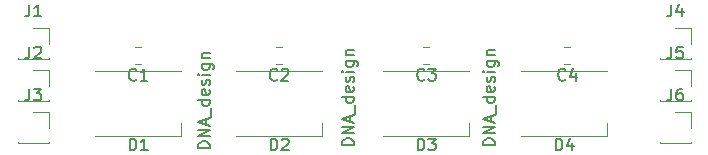
<source format=gbr>
G04 #@! TF.GenerationSoftware,KiCad,Pcbnew,(5.1.6)-1*
G04 #@! TF.CreationDate,2020-10-12T10:35:02+03:00*
G04 #@! TF.ProjectId,ws2813_plate,77733238-3133-45f7-906c-6174652e6b69,rev?*
G04 #@! TF.SameCoordinates,Original*
G04 #@! TF.FileFunction,Legend,Top*
G04 #@! TF.FilePolarity,Positive*
%FSLAX46Y46*%
G04 Gerber Fmt 4.6, Leading zero omitted, Abs format (unit mm)*
G04 Created by KiCad (PCBNEW (5.1.6)-1) date 2020-10-12 10:35:02*
%MOMM*%
%LPD*%
G01*
G04 APERTURE LIST*
%ADD10C,0.150000*%
%ADD11C,0.120000*%
G04 APERTURE END LIST*
D10*
X97226380Y-88351809D02*
X96226380Y-88351809D01*
X96226380Y-88113714D01*
X96274000Y-87970857D01*
X96369238Y-87875619D01*
X96464476Y-87828000D01*
X96654952Y-87780380D01*
X96797809Y-87780380D01*
X96988285Y-87828000D01*
X97083523Y-87875619D01*
X97178761Y-87970857D01*
X97226380Y-88113714D01*
X97226380Y-88351809D01*
X97226380Y-87351809D02*
X96226380Y-87351809D01*
X97226380Y-86780380D01*
X96226380Y-86780380D01*
X96940666Y-86351809D02*
X96940666Y-85875619D01*
X97226380Y-86447047D02*
X96226380Y-86113714D01*
X97226380Y-85780380D01*
X97321619Y-85685142D02*
X97321619Y-84923238D01*
X97226380Y-84256571D02*
X96226380Y-84256571D01*
X97178761Y-84256571D02*
X97226380Y-84351809D01*
X97226380Y-84542285D01*
X97178761Y-84637523D01*
X97131142Y-84685142D01*
X97035904Y-84732761D01*
X96750190Y-84732761D01*
X96654952Y-84685142D01*
X96607333Y-84637523D01*
X96559714Y-84542285D01*
X96559714Y-84351809D01*
X96607333Y-84256571D01*
X97178761Y-83399428D02*
X97226380Y-83494666D01*
X97226380Y-83685142D01*
X97178761Y-83780380D01*
X97083523Y-83828000D01*
X96702571Y-83828000D01*
X96607333Y-83780380D01*
X96559714Y-83685142D01*
X96559714Y-83494666D01*
X96607333Y-83399428D01*
X96702571Y-83351809D01*
X96797809Y-83351809D01*
X96893047Y-83828000D01*
X97178761Y-82970857D02*
X97226380Y-82875619D01*
X97226380Y-82685142D01*
X97178761Y-82589904D01*
X97083523Y-82542285D01*
X97035904Y-82542285D01*
X96940666Y-82589904D01*
X96893047Y-82685142D01*
X96893047Y-82828000D01*
X96845428Y-82923238D01*
X96750190Y-82970857D01*
X96702571Y-82970857D01*
X96607333Y-82923238D01*
X96559714Y-82828000D01*
X96559714Y-82685142D01*
X96607333Y-82589904D01*
X97226380Y-82113714D02*
X96559714Y-82113714D01*
X96226380Y-82113714D02*
X96274000Y-82161333D01*
X96321619Y-82113714D01*
X96274000Y-82066095D01*
X96226380Y-82113714D01*
X96321619Y-82113714D01*
X96559714Y-81208952D02*
X97369238Y-81208952D01*
X97464476Y-81256571D01*
X97512095Y-81304190D01*
X97559714Y-81399428D01*
X97559714Y-81542285D01*
X97512095Y-81637523D01*
X97178761Y-81208952D02*
X97226380Y-81304190D01*
X97226380Y-81494666D01*
X97178761Y-81589904D01*
X97131142Y-81637523D01*
X97035904Y-81685142D01*
X96750190Y-81685142D01*
X96654952Y-81637523D01*
X96607333Y-81589904D01*
X96559714Y-81494666D01*
X96559714Y-81304190D01*
X96607333Y-81208952D01*
X96559714Y-80732761D02*
X97226380Y-80732761D01*
X96654952Y-80732761D02*
X96607333Y-80685142D01*
X96559714Y-80589904D01*
X96559714Y-80447047D01*
X96607333Y-80351809D01*
X96702571Y-80304190D01*
X97226380Y-80304190D01*
X121356380Y-88097809D02*
X120356380Y-88097809D01*
X120356380Y-87859714D01*
X120404000Y-87716857D01*
X120499238Y-87621619D01*
X120594476Y-87574000D01*
X120784952Y-87526380D01*
X120927809Y-87526380D01*
X121118285Y-87574000D01*
X121213523Y-87621619D01*
X121308761Y-87716857D01*
X121356380Y-87859714D01*
X121356380Y-88097809D01*
X121356380Y-87097809D02*
X120356380Y-87097809D01*
X121356380Y-86526380D01*
X120356380Y-86526380D01*
X121070666Y-86097809D02*
X121070666Y-85621619D01*
X121356380Y-86193047D02*
X120356380Y-85859714D01*
X121356380Y-85526380D01*
X121451619Y-85431142D02*
X121451619Y-84669238D01*
X121356380Y-84002571D02*
X120356380Y-84002571D01*
X121308761Y-84002571D02*
X121356380Y-84097809D01*
X121356380Y-84288285D01*
X121308761Y-84383523D01*
X121261142Y-84431142D01*
X121165904Y-84478761D01*
X120880190Y-84478761D01*
X120784952Y-84431142D01*
X120737333Y-84383523D01*
X120689714Y-84288285D01*
X120689714Y-84097809D01*
X120737333Y-84002571D01*
X121308761Y-83145428D02*
X121356380Y-83240666D01*
X121356380Y-83431142D01*
X121308761Y-83526380D01*
X121213523Y-83574000D01*
X120832571Y-83574000D01*
X120737333Y-83526380D01*
X120689714Y-83431142D01*
X120689714Y-83240666D01*
X120737333Y-83145428D01*
X120832571Y-83097809D01*
X120927809Y-83097809D01*
X121023047Y-83574000D01*
X121308761Y-82716857D02*
X121356380Y-82621619D01*
X121356380Y-82431142D01*
X121308761Y-82335904D01*
X121213523Y-82288285D01*
X121165904Y-82288285D01*
X121070666Y-82335904D01*
X121023047Y-82431142D01*
X121023047Y-82574000D01*
X120975428Y-82669238D01*
X120880190Y-82716857D01*
X120832571Y-82716857D01*
X120737333Y-82669238D01*
X120689714Y-82574000D01*
X120689714Y-82431142D01*
X120737333Y-82335904D01*
X121356380Y-81859714D02*
X120689714Y-81859714D01*
X120356380Y-81859714D02*
X120404000Y-81907333D01*
X120451619Y-81859714D01*
X120404000Y-81812095D01*
X120356380Y-81859714D01*
X120451619Y-81859714D01*
X120689714Y-80954952D02*
X121499238Y-80954952D01*
X121594476Y-81002571D01*
X121642095Y-81050190D01*
X121689714Y-81145428D01*
X121689714Y-81288285D01*
X121642095Y-81383523D01*
X121308761Y-80954952D02*
X121356380Y-81050190D01*
X121356380Y-81240666D01*
X121308761Y-81335904D01*
X121261142Y-81383523D01*
X121165904Y-81431142D01*
X120880190Y-81431142D01*
X120784952Y-81383523D01*
X120737333Y-81335904D01*
X120689714Y-81240666D01*
X120689714Y-81050190D01*
X120737333Y-80954952D01*
X120689714Y-80478761D02*
X121356380Y-80478761D01*
X120784952Y-80478761D02*
X120737333Y-80431142D01*
X120689714Y-80335904D01*
X120689714Y-80193047D01*
X120737333Y-80097809D01*
X120832571Y-80050190D01*
X121356380Y-80050190D01*
X109418380Y-88097809D02*
X108418380Y-88097809D01*
X108418380Y-87859714D01*
X108466000Y-87716857D01*
X108561238Y-87621619D01*
X108656476Y-87574000D01*
X108846952Y-87526380D01*
X108989809Y-87526380D01*
X109180285Y-87574000D01*
X109275523Y-87621619D01*
X109370761Y-87716857D01*
X109418380Y-87859714D01*
X109418380Y-88097809D01*
X109418380Y-87097809D02*
X108418380Y-87097809D01*
X109418380Y-86526380D01*
X108418380Y-86526380D01*
X109132666Y-86097809D02*
X109132666Y-85621619D01*
X109418380Y-86193047D02*
X108418380Y-85859714D01*
X109418380Y-85526380D01*
X109513619Y-85431142D02*
X109513619Y-84669238D01*
X109418380Y-84002571D02*
X108418380Y-84002571D01*
X109370761Y-84002571D02*
X109418380Y-84097809D01*
X109418380Y-84288285D01*
X109370761Y-84383523D01*
X109323142Y-84431142D01*
X109227904Y-84478761D01*
X108942190Y-84478761D01*
X108846952Y-84431142D01*
X108799333Y-84383523D01*
X108751714Y-84288285D01*
X108751714Y-84097809D01*
X108799333Y-84002571D01*
X109370761Y-83145428D02*
X109418380Y-83240666D01*
X109418380Y-83431142D01*
X109370761Y-83526380D01*
X109275523Y-83574000D01*
X108894571Y-83574000D01*
X108799333Y-83526380D01*
X108751714Y-83431142D01*
X108751714Y-83240666D01*
X108799333Y-83145428D01*
X108894571Y-83097809D01*
X108989809Y-83097809D01*
X109085047Y-83574000D01*
X109370761Y-82716857D02*
X109418380Y-82621619D01*
X109418380Y-82431142D01*
X109370761Y-82335904D01*
X109275523Y-82288285D01*
X109227904Y-82288285D01*
X109132666Y-82335904D01*
X109085047Y-82431142D01*
X109085047Y-82574000D01*
X109037428Y-82669238D01*
X108942190Y-82716857D01*
X108894571Y-82716857D01*
X108799333Y-82669238D01*
X108751714Y-82574000D01*
X108751714Y-82431142D01*
X108799333Y-82335904D01*
X109418380Y-81859714D02*
X108751714Y-81859714D01*
X108418380Y-81859714D02*
X108466000Y-81907333D01*
X108513619Y-81859714D01*
X108466000Y-81812095D01*
X108418380Y-81859714D01*
X108513619Y-81859714D01*
X108751714Y-80954952D02*
X109561238Y-80954952D01*
X109656476Y-81002571D01*
X109704095Y-81050190D01*
X109751714Y-81145428D01*
X109751714Y-81288285D01*
X109704095Y-81383523D01*
X109370761Y-80954952D02*
X109418380Y-81050190D01*
X109418380Y-81240666D01*
X109370761Y-81335904D01*
X109323142Y-81383523D01*
X109227904Y-81431142D01*
X108942190Y-81431142D01*
X108846952Y-81383523D01*
X108799333Y-81335904D01*
X108751714Y-81240666D01*
X108751714Y-81050190D01*
X108799333Y-80954952D01*
X108751714Y-80478761D02*
X109418380Y-80478761D01*
X108846952Y-80478761D02*
X108799333Y-80431142D01*
X108751714Y-80335904D01*
X108751714Y-80193047D01*
X108799333Y-80097809D01*
X108894571Y-80050190D01*
X109418380Y-80050190D01*
D11*
X115840252Y-79808000D02*
X115317748Y-79808000D01*
X115840252Y-81228000D02*
X115317748Y-81228000D01*
X91438252Y-79808000D02*
X90915748Y-79808000D01*
X91438252Y-81228000D02*
X90915748Y-81228000D01*
X103376252Y-81228000D02*
X102853748Y-81228000D01*
X103376252Y-79808000D02*
X102853748Y-79808000D01*
X127778252Y-81228000D02*
X127255748Y-81228000D01*
X127778252Y-79808000D02*
X127255748Y-79808000D01*
X94836000Y-87332000D02*
X87536000Y-87332000D01*
X94836000Y-86182000D02*
X94836000Y-87332000D01*
X94836000Y-81832000D02*
X87536000Y-81832000D01*
X106774000Y-81832000D02*
X99474000Y-81832000D01*
X106774000Y-86182000D02*
X106774000Y-87332000D01*
X106774000Y-87332000D02*
X99474000Y-87332000D01*
X119220000Y-87332000D02*
X111920000Y-87332000D01*
X119220000Y-86182000D02*
X119220000Y-87332000D01*
X119220000Y-81832000D02*
X111920000Y-81832000D01*
X130904000Y-81832000D02*
X123604000Y-81832000D01*
X130904000Y-86182000D02*
X130904000Y-87332000D01*
X130904000Y-87332000D02*
X123604000Y-87332000D01*
X82296000Y-78172000D02*
X83626000Y-78172000D01*
X83626000Y-78172000D02*
X83626000Y-79502000D01*
X83626000Y-80712000D02*
X83626000Y-80832000D01*
X80966000Y-80712000D02*
X80966000Y-80832000D01*
X80966000Y-80832000D02*
X83626000Y-80832000D01*
X80966000Y-84388000D02*
X83626000Y-84388000D01*
X80966000Y-84268000D02*
X80966000Y-84388000D01*
X83626000Y-84268000D02*
X83626000Y-84388000D01*
X83626000Y-81728000D02*
X83626000Y-83058000D01*
X82296000Y-81728000D02*
X83626000Y-81728000D01*
X82296000Y-85284000D02*
X83626000Y-85284000D01*
X83626000Y-85284000D02*
X83626000Y-86614000D01*
X83626000Y-87824000D02*
X83626000Y-87944000D01*
X80966000Y-87824000D02*
X80966000Y-87944000D01*
X80966000Y-87944000D02*
X83626000Y-87944000D01*
X135322000Y-80832000D02*
X137982000Y-80832000D01*
X135322000Y-80712000D02*
X135322000Y-80832000D01*
X137982000Y-80712000D02*
X137982000Y-80832000D01*
X137982000Y-78172000D02*
X137982000Y-79502000D01*
X136652000Y-78172000D02*
X137982000Y-78172000D01*
X136652000Y-81728000D02*
X137982000Y-81728000D01*
X137982000Y-81728000D02*
X137982000Y-83058000D01*
X137982000Y-84268000D02*
X137982000Y-84388000D01*
X135322000Y-84268000D02*
X135322000Y-84388000D01*
X135322000Y-84388000D02*
X137982000Y-84388000D01*
X135322000Y-87944000D02*
X137982000Y-87944000D01*
X135322000Y-87824000D02*
X135322000Y-87944000D01*
X137982000Y-87824000D02*
X137982000Y-87944000D01*
X137982000Y-85284000D02*
X137982000Y-86614000D01*
X136652000Y-85284000D02*
X137982000Y-85284000D01*
D10*
X115412333Y-82525142D02*
X115364714Y-82572761D01*
X115221857Y-82620380D01*
X115126619Y-82620380D01*
X114983761Y-82572761D01*
X114888523Y-82477523D01*
X114840904Y-82382285D01*
X114793285Y-82191809D01*
X114793285Y-82048952D01*
X114840904Y-81858476D01*
X114888523Y-81763238D01*
X114983761Y-81668000D01*
X115126619Y-81620380D01*
X115221857Y-81620380D01*
X115364714Y-81668000D01*
X115412333Y-81715619D01*
X115745666Y-81620380D02*
X116364714Y-81620380D01*
X116031380Y-82001333D01*
X116174238Y-82001333D01*
X116269476Y-82048952D01*
X116317095Y-82096571D01*
X116364714Y-82191809D01*
X116364714Y-82429904D01*
X116317095Y-82525142D01*
X116269476Y-82572761D01*
X116174238Y-82620380D01*
X115888523Y-82620380D01*
X115793285Y-82572761D01*
X115745666Y-82525142D01*
X91010333Y-82525142D02*
X90962714Y-82572761D01*
X90819857Y-82620380D01*
X90724619Y-82620380D01*
X90581761Y-82572761D01*
X90486523Y-82477523D01*
X90438904Y-82382285D01*
X90391285Y-82191809D01*
X90391285Y-82048952D01*
X90438904Y-81858476D01*
X90486523Y-81763238D01*
X90581761Y-81668000D01*
X90724619Y-81620380D01*
X90819857Y-81620380D01*
X90962714Y-81668000D01*
X91010333Y-81715619D01*
X91962714Y-82620380D02*
X91391285Y-82620380D01*
X91677000Y-82620380D02*
X91677000Y-81620380D01*
X91581761Y-81763238D01*
X91486523Y-81858476D01*
X91391285Y-81906095D01*
X102948333Y-82525142D02*
X102900714Y-82572761D01*
X102757857Y-82620380D01*
X102662619Y-82620380D01*
X102519761Y-82572761D01*
X102424523Y-82477523D01*
X102376904Y-82382285D01*
X102329285Y-82191809D01*
X102329285Y-82048952D01*
X102376904Y-81858476D01*
X102424523Y-81763238D01*
X102519761Y-81668000D01*
X102662619Y-81620380D01*
X102757857Y-81620380D01*
X102900714Y-81668000D01*
X102948333Y-81715619D01*
X103329285Y-81715619D02*
X103376904Y-81668000D01*
X103472142Y-81620380D01*
X103710238Y-81620380D01*
X103805476Y-81668000D01*
X103853095Y-81715619D01*
X103900714Y-81810857D01*
X103900714Y-81906095D01*
X103853095Y-82048952D01*
X103281666Y-82620380D01*
X103900714Y-82620380D01*
X127350333Y-82525142D02*
X127302714Y-82572761D01*
X127159857Y-82620380D01*
X127064619Y-82620380D01*
X126921761Y-82572761D01*
X126826523Y-82477523D01*
X126778904Y-82382285D01*
X126731285Y-82191809D01*
X126731285Y-82048952D01*
X126778904Y-81858476D01*
X126826523Y-81763238D01*
X126921761Y-81668000D01*
X127064619Y-81620380D01*
X127159857Y-81620380D01*
X127302714Y-81668000D01*
X127350333Y-81715619D01*
X128207476Y-81953714D02*
X128207476Y-82620380D01*
X127969380Y-81572761D02*
X127731285Y-82287047D01*
X128350333Y-82287047D01*
X90447904Y-88534380D02*
X90447904Y-87534380D01*
X90686000Y-87534380D01*
X90828857Y-87582000D01*
X90924095Y-87677238D01*
X90971714Y-87772476D01*
X91019333Y-87962952D01*
X91019333Y-88105809D01*
X90971714Y-88296285D01*
X90924095Y-88391523D01*
X90828857Y-88486761D01*
X90686000Y-88534380D01*
X90447904Y-88534380D01*
X91971714Y-88534380D02*
X91400285Y-88534380D01*
X91686000Y-88534380D02*
X91686000Y-87534380D01*
X91590761Y-87677238D01*
X91495523Y-87772476D01*
X91400285Y-87820095D01*
X102385904Y-88534380D02*
X102385904Y-87534380D01*
X102624000Y-87534380D01*
X102766857Y-87582000D01*
X102862095Y-87677238D01*
X102909714Y-87772476D01*
X102957333Y-87962952D01*
X102957333Y-88105809D01*
X102909714Y-88296285D01*
X102862095Y-88391523D01*
X102766857Y-88486761D01*
X102624000Y-88534380D01*
X102385904Y-88534380D01*
X103338285Y-87629619D02*
X103385904Y-87582000D01*
X103481142Y-87534380D01*
X103719238Y-87534380D01*
X103814476Y-87582000D01*
X103862095Y-87629619D01*
X103909714Y-87724857D01*
X103909714Y-87820095D01*
X103862095Y-87962952D01*
X103290666Y-88534380D01*
X103909714Y-88534380D01*
X114831904Y-88534380D02*
X114831904Y-87534380D01*
X115070000Y-87534380D01*
X115212857Y-87582000D01*
X115308095Y-87677238D01*
X115355714Y-87772476D01*
X115403333Y-87962952D01*
X115403333Y-88105809D01*
X115355714Y-88296285D01*
X115308095Y-88391523D01*
X115212857Y-88486761D01*
X115070000Y-88534380D01*
X114831904Y-88534380D01*
X115736666Y-87534380D02*
X116355714Y-87534380D01*
X116022380Y-87915333D01*
X116165238Y-87915333D01*
X116260476Y-87962952D01*
X116308095Y-88010571D01*
X116355714Y-88105809D01*
X116355714Y-88343904D01*
X116308095Y-88439142D01*
X116260476Y-88486761D01*
X116165238Y-88534380D01*
X115879523Y-88534380D01*
X115784285Y-88486761D01*
X115736666Y-88439142D01*
X126515904Y-88534380D02*
X126515904Y-87534380D01*
X126754000Y-87534380D01*
X126896857Y-87582000D01*
X126992095Y-87677238D01*
X127039714Y-87772476D01*
X127087333Y-87962952D01*
X127087333Y-88105809D01*
X127039714Y-88296285D01*
X126992095Y-88391523D01*
X126896857Y-88486761D01*
X126754000Y-88534380D01*
X126515904Y-88534380D01*
X127944476Y-87867714D02*
X127944476Y-88534380D01*
X127706380Y-87486761D02*
X127468285Y-88201047D01*
X128087333Y-88201047D01*
X81962666Y-76184380D02*
X81962666Y-76898666D01*
X81915047Y-77041523D01*
X81819809Y-77136761D01*
X81676952Y-77184380D01*
X81581714Y-77184380D01*
X82962666Y-77184380D02*
X82391238Y-77184380D01*
X82676952Y-77184380D02*
X82676952Y-76184380D01*
X82581714Y-76327238D01*
X82486476Y-76422476D01*
X82391238Y-76470095D01*
X81962666Y-79740380D02*
X81962666Y-80454666D01*
X81915047Y-80597523D01*
X81819809Y-80692761D01*
X81676952Y-80740380D01*
X81581714Y-80740380D01*
X82391238Y-79835619D02*
X82438857Y-79788000D01*
X82534095Y-79740380D01*
X82772190Y-79740380D01*
X82867428Y-79788000D01*
X82915047Y-79835619D01*
X82962666Y-79930857D01*
X82962666Y-80026095D01*
X82915047Y-80168952D01*
X82343619Y-80740380D01*
X82962666Y-80740380D01*
X81962666Y-83296380D02*
X81962666Y-84010666D01*
X81915047Y-84153523D01*
X81819809Y-84248761D01*
X81676952Y-84296380D01*
X81581714Y-84296380D01*
X82343619Y-83296380D02*
X82962666Y-83296380D01*
X82629333Y-83677333D01*
X82772190Y-83677333D01*
X82867428Y-83724952D01*
X82915047Y-83772571D01*
X82962666Y-83867809D01*
X82962666Y-84105904D01*
X82915047Y-84201142D01*
X82867428Y-84248761D01*
X82772190Y-84296380D01*
X82486476Y-84296380D01*
X82391238Y-84248761D01*
X82343619Y-84201142D01*
X136318666Y-76184380D02*
X136318666Y-76898666D01*
X136271047Y-77041523D01*
X136175809Y-77136761D01*
X136032952Y-77184380D01*
X135937714Y-77184380D01*
X137223428Y-76517714D02*
X137223428Y-77184380D01*
X136985333Y-76136761D02*
X136747238Y-76851047D01*
X137366285Y-76851047D01*
X136318666Y-79740380D02*
X136318666Y-80454666D01*
X136271047Y-80597523D01*
X136175809Y-80692761D01*
X136032952Y-80740380D01*
X135937714Y-80740380D01*
X137271047Y-79740380D02*
X136794857Y-79740380D01*
X136747238Y-80216571D01*
X136794857Y-80168952D01*
X136890095Y-80121333D01*
X137128190Y-80121333D01*
X137223428Y-80168952D01*
X137271047Y-80216571D01*
X137318666Y-80311809D01*
X137318666Y-80549904D01*
X137271047Y-80645142D01*
X137223428Y-80692761D01*
X137128190Y-80740380D01*
X136890095Y-80740380D01*
X136794857Y-80692761D01*
X136747238Y-80645142D01*
X136318666Y-83296380D02*
X136318666Y-84010666D01*
X136271047Y-84153523D01*
X136175809Y-84248761D01*
X136032952Y-84296380D01*
X135937714Y-84296380D01*
X137223428Y-83296380D02*
X137032952Y-83296380D01*
X136937714Y-83344000D01*
X136890095Y-83391619D01*
X136794857Y-83534476D01*
X136747238Y-83724952D01*
X136747238Y-84105904D01*
X136794857Y-84201142D01*
X136842476Y-84248761D01*
X136937714Y-84296380D01*
X137128190Y-84296380D01*
X137223428Y-84248761D01*
X137271047Y-84201142D01*
X137318666Y-84105904D01*
X137318666Y-83867809D01*
X137271047Y-83772571D01*
X137223428Y-83724952D01*
X137128190Y-83677333D01*
X136937714Y-83677333D01*
X136842476Y-83724952D01*
X136794857Y-83772571D01*
X136747238Y-83867809D01*
M02*

</source>
